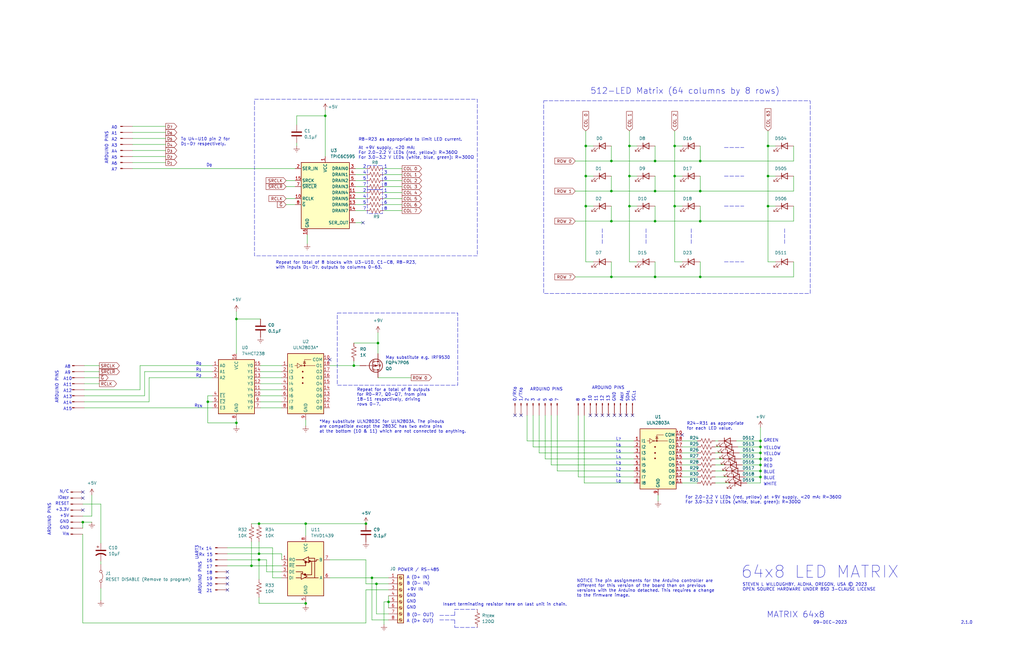
<source format=kicad_sch>
(kicad_sch (version 20230121) (generator eeschema)
  (paper "USLedger")
  (junction (at 247.015 86.995))
  (junction (at 109.22 233.68))
  (junction (at 137.16 48.895))
  (junction (at 257.81 80.645))
  (junction (at 154.305 220.98))
  (junction (at 276.225 93.345))
  (junction (at 99.695 178.435))
  (junction (at 284.48 61.595))
  (junction (at 163.83 254))
  (junction (at 247.015 61.595))
  (junction (at 320.675 188.595))
  (junction (at 149.225 154.305))
  (junction (at 276.225 67.945))
  (junction (at 87.63 169.545))
  (junction (at 295.275 93.345))
  (junction (at 34.925 220.345))
  (junction (at 284.48 86.995))
  (junction (at 257.81 93.345))
  (junction (at 323.85 86.995))
  (junction (at 99.695 134.62))
  (junction (at 323.85 74.295))
  (junction (at 265.43 86.995))
  (junction (at 156.845 243.84))
  (junction (at 265.43 61.595))
  (junction (at 128.905 254.635))
  (junction (at 257.81 116.84))
  (junction (at 320.675 201.295))
  (junction (at 295.275 116.84))
  (junction (at 320.675 193.675))
  (junction (at 109.22 236.22))
  (junction (at 128.905 220.98))
  (junction (at 320.675 186.055))
  (junction (at 247.015 74.295))
  (junction (at 276.225 116.84))
  (junction (at 276.225 80.645))
  (junction (at 158.75 246.38))
  (junction (at 106.045 238.76))
  (junction (at 159.385 144.78))
  (junction (at 265.43 74.295))
  (junction (at 257.81 67.945))
  (junction (at 295.275 80.645))
  (junction (at 284.48 74.295))
  (junction (at 109.22 220.98))
  (junction (at 320.675 191.135))
  (junction (at 320.675 196.215))
  (junction (at 323.85 61.595))
  (junction (at 295.275 67.945))
  (junction (at 320.675 198.755))
  (no_connect (at 264.16 175.26))
  (no_connect (at 266.7 175.26))
  (no_connect (at 248.92 175.26))
  (no_connect (at 34.925 210.185))
  (no_connect (at 259.08 175.26))
  (no_connect (at 261.62 175.26))
  (no_connect (at 139.065 151.765))
  (no_connect (at 34.925 215.265))
  (no_connect (at 254 175.26))
  (no_connect (at 153.035 93.98))
  (no_connect (at 95.885 246.38))
  (no_connect (at 287.655 183.515))
  (no_connect (at 256.54 175.26))
  (no_connect (at 217.17 175.26))
  (no_connect (at 95.885 241.3))
  (no_connect (at 219.71 175.26))
  (no_connect (at 34.925 207.645))
  (no_connect (at 95.885 243.84))
  (no_connect (at 95.885 248.92))
  (no_connect (at 251.46 175.26))
  (wire (pts (xy 276.225 74.295) (xy 276.225 80.645)))
  (wire (pts (xy 109.855 154.305) (xy 118.745 154.305)))
  (wire (pts (xy 112.395 241.3) (xy 118.745 241.3)))
  (wire (pts (xy 149.225 144.78) (xy 159.385 144.78)))
  (wire (pts (xy 55.88 66.04) (xy 69.85 66.04)))
  (wire (pts (xy 109.22 220.98) (xy 128.905 220.98)))
  (wire (pts (xy 276.225 110.49) (xy 276.225 116.84)))
  (wire (pts (xy 118.745 233.68) (xy 118.745 236.22)))
  (wire (pts (xy 158.75 246.38) (xy 154.305 246.38)))
  (wire (pts (xy 229.87 175.26) (xy 229.87 193.675)))
  (polyline (pts (xy 305.435 86.995) (xy 313.69 86.995)) (stroke (width 0) (type dash)))
  (wire (pts (xy 161.925 73.66) (xy 169.545 73.66)))
  (wire (pts (xy 161.925 81.28) (xy 169.545 81.28)))
  (wire (pts (xy 301.625 201.295) (xy 306.705 201.295)))
  (polyline (pts (xy 191.77 259.715) (xy 191.77 257.175)) (stroke (width 0) (type dash)))
  (wire (pts (xy 128.905 177.165) (xy 128.905 179.705)))
  (wire (pts (xy 227.33 191.135) (xy 267.335 191.135)))
  (wire (pts (xy 257.81 93.345) (xy 276.225 93.345)))
  (wire (pts (xy 242.57 80.645) (xy 257.81 80.645)))
  (wire (pts (xy 35.56 172.085) (xy 89.535 172.085)))
  (polyline (pts (xy 272.415 96.52) (xy 272.415 102.87)) (stroke (width 0) (type dash)))
  (wire (pts (xy 287.655 188.595) (xy 294.005 188.595)))
  (wire (pts (xy 120.65 86.36) (xy 124.46 86.36)))
  (wire (pts (xy 109.855 167.005) (xy 118.745 167.005)))
  (wire (pts (xy 327.025 61.595) (xy 323.85 61.595)))
  (wire (pts (xy 222.25 186.055) (xy 267.335 186.055)))
  (wire (pts (xy 323.85 55.245) (xy 323.85 61.595)))
  (wire (pts (xy 276.225 67.945) (xy 295.275 67.945)))
  (wire (pts (xy 99.695 178.435) (xy 99.695 179.705)))
  (wire (pts (xy 276.225 93.345) (xy 295.275 93.345)))
  (wire (pts (xy 55.88 60.96) (xy 69.85 60.96)))
  (wire (pts (xy 156.845 243.84) (xy 163.83 243.84)))
  (wire (pts (xy 60.96 167.005) (xy 60.96 156.845)))
  (wire (pts (xy 242.57 67.945) (xy 257.81 67.945)))
  (wire (pts (xy 161.925 254) (xy 163.83 254)))
  (wire (pts (xy 139.065 154.305) (xy 149.225 154.305)))
  (wire (pts (xy 247.015 55.245) (xy 247.015 61.595)))
  (wire (pts (xy 301.625 188.595) (xy 303.53 188.595)))
  (wire (pts (xy 120.65 83.82) (xy 124.46 83.82)))
  (wire (pts (xy 265.43 86.995) (xy 265.43 110.49)))
  (wire (pts (xy 311.15 188.595) (xy 320.675 188.595)))
  (wire (pts (xy 35.56 161.925) (xy 41.91 161.925)))
  (wire (pts (xy 265.43 74.295) (xy 268.605 74.295)))
  (polyline (pts (xy 291.465 96.52) (xy 291.465 102.87)) (stroke (width 0) (type dash)))
  (wire (pts (xy 55.88 53.34) (xy 69.85 53.34)))
  (wire (pts (xy 158.75 259.08) (xy 158.75 246.38)))
  (wire (pts (xy 243.84 175.26) (xy 243.84 201.295)))
  (wire (pts (xy 149.86 93.98) (xy 153.035 93.98)))
  (wire (pts (xy 295.275 74.295) (xy 295.275 80.645)))
  (polyline (pts (xy 305.435 62.23) (xy 313.69 62.23)) (stroke (width 0) (type dash)))
  (wire (pts (xy 234.95 198.755) (xy 267.335 198.755)))
  (wire (pts (xy 149.86 73.66) (xy 154.305 73.66)))
  (wire (pts (xy 323.85 86.995) (xy 323.85 110.49)))
  (wire (pts (xy 320.675 196.215) (xy 320.675 193.675)))
  (wire (pts (xy 301.625 186.055) (xy 302.895 186.055)))
  (wire (pts (xy 287.655 186.055) (xy 294.005 186.055)))
  (wire (pts (xy 334.645 93.345) (xy 334.645 86.995)))
  (wire (pts (xy 149.225 152.4) (xy 149.225 154.305)))
  (wire (pts (xy 59.055 164.465) (xy 59.055 154.305)))
  (wire (pts (xy 276.225 116.84) (xy 295.275 116.84)))
  (wire (pts (xy 109.22 252.095) (xy 109.22 254.635)))
  (wire (pts (xy 257.81 110.49) (xy 257.81 116.84)))
  (wire (pts (xy 95.885 231.14) (xy 114.935 231.14)))
  (polyline (pts (xy 254 96.52) (xy 254 102.87)) (stroke (width 0) (type dash)))
  (wire (pts (xy 99.695 134.62) (xy 109.855 134.62)))
  (wire (pts (xy 246.38 203.835) (xy 267.335 203.835)))
  (wire (pts (xy 314.325 201.295) (xy 320.675 201.295)))
  (wire (pts (xy 287.655 196.215) (xy 294.005 196.215)))
  (wire (pts (xy 257.81 86.995) (xy 257.81 93.345)))
  (wire (pts (xy 125.095 60.325) (xy 125.095 61.595)))
  (wire (pts (xy 247.015 74.295) (xy 250.19 74.295)))
  (wire (pts (xy 35.56 167.005) (xy 60.96 167.005)))
  (wire (pts (xy 34.925 220.345) (xy 34.925 222.885)))
  (wire (pts (xy 163.83 254) (xy 163.83 256.54)))
  (wire (pts (xy 301.625 198.755) (xy 306.07 198.755)))
  (wire (pts (xy 320.675 193.675) (xy 320.675 191.135)))
  (wire (pts (xy 247.015 74.295) (xy 247.015 86.995)))
  (wire (pts (xy 149.86 71.12) (xy 154.305 71.12)))
  (wire (pts (xy 232.41 196.215) (xy 267.335 196.215)))
  (polyline (pts (xy 191.77 264.795) (xy 201.295 264.795)) (stroke (width 0) (type dash)))
  (wire (pts (xy 284.48 86.995) (xy 284.48 110.49)))
  (wire (pts (xy 323.85 61.595) (xy 323.85 74.295)))
  (wire (pts (xy 284.48 86.995) (xy 287.655 86.995)))
  (polyline (pts (xy 191.77 261.62) (xy 191.77 264.795)) (stroke (width 0) (type dash)))
  (wire (pts (xy 60.96 156.845) (xy 89.535 156.845)))
  (wire (pts (xy 35.56 169.545) (xy 62.865 169.545)))
  (wire (pts (xy 149.86 86.36) (xy 154.305 86.36)))
  (wire (pts (xy 295.275 86.995) (xy 295.275 93.345)))
  (wire (pts (xy 154.305 246.38) (xy 154.305 236.22)))
  (wire (pts (xy 106.045 228.6) (xy 106.045 238.76)))
  (wire (pts (xy 295.275 116.84) (xy 334.645 116.84)))
  (wire (pts (xy 276.225 86.995) (xy 276.225 93.345)))
  (wire (pts (xy 125.095 52.705) (xy 125.095 48.895)))
  (wire (pts (xy 246.38 175.26) (xy 246.38 203.835)))
  (wire (pts (xy 257.81 67.945) (xy 276.225 67.945)))
  (wire (pts (xy 55.88 68.58) (xy 69.85 68.58)))
  (wire (pts (xy 265.43 61.595) (xy 265.43 74.295)))
  (wire (pts (xy 109.855 161.925) (xy 118.745 161.925)))
  (wire (pts (xy 268.605 61.595) (xy 265.43 61.595)))
  (wire (pts (xy 109.855 159.385) (xy 118.745 159.385)))
  (wire (pts (xy 114.935 231.14) (xy 114.935 243.84)))
  (wire (pts (xy 149.86 78.74) (xy 154.305 78.74)))
  (wire (pts (xy 129.54 99.06) (xy 129.54 102.87)))
  (wire (pts (xy 95.885 238.76) (xy 106.045 238.76)))
  (wire (pts (xy 55.88 58.42) (xy 69.85 58.42)))
  (wire (pts (xy 276.225 61.595) (xy 276.225 67.945)))
  (wire (pts (xy 128.905 220.98) (xy 154.305 220.98)))
  (wire (pts (xy 301.625 203.835) (xy 307.34 203.835)))
  (wire (pts (xy 161.925 86.36) (xy 169.545 86.36)))
  (wire (pts (xy 257.81 74.295) (xy 257.81 80.645)))
  (wire (pts (xy 42.545 236.855) (xy 42.545 238.125)))
  (wire (pts (xy 139.065 236.22) (xy 154.305 236.22)))
  (wire (pts (xy 314.96 203.835) (xy 320.675 203.835)))
  (wire (pts (xy 229.87 193.675) (xy 267.335 193.675)))
  (wire (pts (xy 265.43 55.245) (xy 265.43 61.595)))
  (wire (pts (xy 109.22 233.68) (xy 118.745 233.68)))
  (wire (pts (xy 301.625 196.215) (xy 305.435 196.215)))
  (wire (pts (xy 334.645 67.945) (xy 334.645 61.595)))
  (wire (pts (xy 35.56 164.465) (xy 59.055 164.465)))
  (wire (pts (xy 284.48 74.295) (xy 287.655 74.295)))
  (wire (pts (xy 247.015 86.995) (xy 250.19 86.995)))
  (wire (pts (xy 287.655 110.49) (xy 284.48 110.49)))
  (wire (pts (xy 159.385 144.78) (xy 159.385 149.225)))
  (wire (pts (xy 128.905 254.635) (xy 128.905 255.27)))
  (wire (pts (xy 295.275 93.345) (xy 334.645 93.345)))
  (wire (pts (xy 224.79 188.595) (xy 267.335 188.595)))
  (wire (pts (xy 89.535 167.005) (xy 87.63 167.005)))
  (wire (pts (xy 295.275 67.945) (xy 334.645 67.945)))
  (wire (pts (xy 268.605 110.49) (xy 265.43 110.49)))
  (wire (pts (xy 295.275 61.595) (xy 295.275 67.945)))
  (wire (pts (xy 320.675 191.135) (xy 320.675 188.595)))
  (wire (pts (xy 109.22 228.6) (xy 109.22 233.68)))
  (wire (pts (xy 87.63 169.545) (xy 87.63 178.435)))
  (wire (pts (xy 277.495 208.915) (xy 277.495 211.455)))
  (wire (pts (xy 287.655 198.755) (xy 294.005 198.755)))
  (wire (pts (xy 128.905 254) (xy 128.905 254.635)))
  (wire (pts (xy 87.63 167.005) (xy 87.63 169.545)))
  (wire (pts (xy 149.86 83.82) (xy 154.305 83.82)))
  (wire (pts (xy 257.81 80.645) (xy 276.225 80.645)))
  (wire (pts (xy 161.925 263.525) (xy 161.925 254)))
  (wire (pts (xy 109.855 156.845) (xy 118.745 156.845)))
  (wire (pts (xy 287.655 191.135) (xy 294.005 191.135)))
  (wire (pts (xy 35.56 156.845) (xy 41.91 156.845)))
  (wire (pts (xy 323.85 74.295) (xy 327.025 74.295)))
  (wire (pts (xy 109.855 164.465) (xy 118.745 164.465)))
  (wire (pts (xy 310.515 186.055) (xy 320.675 186.055)))
  (wire (pts (xy 312.42 193.675) (xy 320.675 193.675)))
  (wire (pts (xy 313.055 196.215) (xy 320.675 196.215)))
  (wire (pts (xy 161.925 88.9) (xy 169.545 88.9)))
  (wire (pts (xy 128.905 220.98) (xy 128.905 226.06)))
  (wire (pts (xy 295.275 80.645) (xy 334.645 80.645)))
  (wire (pts (xy 320.675 203.835) (xy 320.675 201.295)))
  (wire (pts (xy 34.925 225.425) (xy 34.925 262.89)))
  (wire (pts (xy 154.305 248.92) (xy 163.83 248.92)))
  (polyline (pts (xy 185.42 261.62) (xy 191.77 261.62)) (stroke (width 0) (type dash)))
  (wire (pts (xy 243.84 201.295) (xy 267.335 201.295)))
  (wire (pts (xy 55.88 71.12) (xy 124.46 71.12)))
  (wire (pts (xy 250.19 61.595) (xy 247.015 61.595)))
  (wire (pts (xy 287.655 61.595) (xy 284.48 61.595)))
  (wire (pts (xy 163.83 261.62) (xy 156.845 261.62)))
  (polyline (pts (xy 305.435 110.49) (xy 313.69 110.49)) (stroke (width 0) (type dash)))
  (wire (pts (xy 287.655 201.295) (xy 294.005 201.295)))
  (wire (pts (xy 284.48 55.245) (xy 284.48 61.595)))
  (wire (pts (xy 301.625 193.675) (xy 304.8 193.675)))
  (wire (pts (xy 163.83 259.08) (xy 158.75 259.08)))
  (wire (pts (xy 34.925 212.725) (xy 42.545 212.725)))
  (wire (pts (xy 149.86 88.9) (xy 154.305 88.9)))
  (wire (pts (xy 224.79 175.26) (xy 224.79 188.595)))
  (wire (pts (xy 99.695 177.165) (xy 99.695 178.435)))
  (wire (pts (xy 313.69 198.755) (xy 320.675 198.755)))
  (wire (pts (xy 149.86 76.2) (xy 154.305 76.2)))
  (polyline (pts (xy 330.835 96.52) (xy 330.835 102.87)) (stroke (width 0) (type dash)))
  (wire (pts (xy 161.925 76.2) (xy 169.545 76.2)))
  (wire (pts (xy 327.025 110.49) (xy 323.85 110.49)))
  (wire (pts (xy 137.16 48.895) (xy 137.16 66.04)))
  (polyline (pts (xy 185.42 259.715) (xy 191.77 259.715)) (stroke (width 0) (type dash)))
  (wire (pts (xy 284.48 74.295) (xy 284.48 86.995)))
  (wire (pts (xy 311.785 191.135) (xy 320.675 191.135)))
  (wire (pts (xy 62.865 169.545) (xy 62.865 159.385)))
  (wire (pts (xy 62.865 159.385) (xy 89.535 159.385)))
  (wire (pts (xy 109.22 254.635) (xy 128.905 254.635)))
  (wire (pts (xy 320.675 188.595) (xy 320.675 186.055)))
  (wire (pts (xy 323.85 86.995) (xy 327.025 86.995)))
  (wire (pts (xy 159.385 140.335) (xy 159.385 144.78)))
  (wire (pts (xy 59.055 154.305) (xy 89.535 154.305)))
  (wire (pts (xy 149.225 154.305) (xy 151.765 154.305)))
  (wire (pts (xy 276.225 80.645) (xy 295.275 80.645)))
  (wire (pts (xy 222.25 175.26) (xy 222.25 186.055)))
  (wire (pts (xy 301.625 191.135) (xy 304.165 191.135)))
  (wire (pts (xy 109.855 169.545) (xy 118.745 169.545)))
  (wire (pts (xy 320.675 201.295) (xy 320.675 198.755)))
  (wire (pts (xy 159.385 159.385) (xy 173.355 159.385)))
  (wire (pts (xy 106.045 238.76) (xy 118.745 238.76)))
  (wire (pts (xy 265.43 86.995) (xy 268.605 86.995)))
  (wire (pts (xy 242.57 116.84) (xy 257.81 116.84)))
  (wire (pts (xy 95.885 233.68) (xy 109.22 233.68)))
  (wire (pts (xy 320.675 198.755) (xy 320.675 196.215)))
  (wire (pts (xy 125.095 48.895) (xy 137.16 48.895)))
  (wire (pts (xy 232.41 175.26) (xy 232.41 196.215)))
  (wire (pts (xy 42.545 248.285) (xy 42.545 253.365)))
  (wire (pts (xy 99.695 134.62) (xy 99.695 149.225)))
  (wire (pts (xy 55.88 63.5) (xy 69.85 63.5)))
  (wire (pts (xy 265.43 74.295) (xy 265.43 86.995)))
  (polyline (pts (xy 191.77 257.175) (xy 201.295 257.175)) (stroke (width 0) (type dash)))
  (wire (pts (xy 55.88 55.88) (xy 69.85 55.88)))
  (wire (pts (xy 154.305 262.89) (xy 154.305 248.92)))
  (wire (pts (xy 161.925 71.12) (xy 169.545 71.12)))
  (wire (pts (xy 287.655 193.675) (xy 294.005 193.675)))
  (wire (pts (xy 334.645 116.84) (xy 334.645 110.49)))
  (wire (pts (xy 257.81 61.595) (xy 257.81 67.945)))
  (wire (pts (xy 109.855 172.085) (xy 118.745 172.085)))
  (wire (pts (xy 334.645 80.645) (xy 334.645 74.295)))
  (wire (pts (xy 87.63 169.545) (xy 89.535 169.545)))
  (wire (pts (xy 158.75 246.38) (xy 163.83 246.38)))
  (wire (pts (xy 156.845 261.62) (xy 156.845 243.84)))
  (wire (pts (xy 35.56 159.385) (xy 41.91 159.385)))
  (wire (pts (xy 109.22 236.22) (xy 109.22 244.475)))
  (wire (pts (xy 34.925 217.805) (xy 38.735 217.805)))
  (wire (pts (xy 87.63 178.435) (xy 99.695 178.435)))
  (wire (pts (xy 323.85 74.295) (xy 323.85 86.995)))
  (wire (pts (xy 287.655 203.835) (xy 294.005 203.835)))
  (wire (pts (xy 161.925 83.82) (xy 169.545 83.82)))
  (wire (pts (xy 106.045 220.98) (xy 109.22 220.98)))
  (wire (pts (xy 234.95 175.26) (xy 234.95 198.755)))
  (wire (pts (xy 295.275 110.49) (xy 295.275 116.84)))
  (wire (pts (xy 114.935 243.84) (xy 118.745 243.84)))
  (wire (pts (xy 149.86 81.28) (xy 154.305 81.28)))
  (wire (pts (xy 250.19 110.49) (xy 247.015 110.49)))
  (wire (pts (xy 139.065 243.84) (xy 156.845 243.84)))
  (wire (pts (xy 320.675 186.055) (xy 320.675 180.34)))
  (wire (pts (xy 284.48 61.595) (xy 284.48 74.295)))
  (wire (pts (xy 109.22 236.22) (xy 112.395 236.22)))
  (wire (pts (xy 34.925 220.345) (xy 38.735 220.345)))
  (wire (pts (xy 161.925 78.74) (xy 169.545 78.74)))
  (wire (pts (xy 247.015 86.995) (xy 247.015 110.49)))
  (wire (pts (xy 42.545 212.725) (xy 42.545 229.235)))
  (wire (pts (xy 247.015 61.595) (xy 247.015 74.295)))
  (wire (pts (xy 137.16 46.355) (xy 137.16 48.895)))
  (wire (pts (xy 34.925 262.89) (xy 154.305 262.89)))
  (wire (pts (xy 257.81 116.84) (xy 276.225 116.84)))
  (wire (pts (xy 242.57 93.345) (xy 257.81 93.345)))
  (wire (pts (xy 35.56 154.305) (xy 41.91 154.305)))
  (wire (pts (xy 99.695 131.445) (xy 99.695 134.62)))
  (wire (pts (xy 120.65 76.2) (xy 124.46 76.2)))
  (wire (pts (xy 120.65 78.74) (xy 124.46 78.74)))
  (wire (pts (xy 38.735 217.805) (xy 38.735 208.915)))
  (wire (pts (xy 163.83 251.46) (xy 163.83 254)))
  (wire (pts (xy 112.395 236.22) (xy 112.395 241.3)))
  (polyline (pts (xy 305.435 74.295) (xy 313.69 74.295)) (stroke (width 0) (type dash)))
  (wire (pts (xy 95.885 236.22) (xy 109.22 236.22)))
  (wire (pts (xy 227.33 175.26) (xy 227.33 191.135)))
  (rectangle (start 229.235 42.545) (end 341.63 123.825) (stroke (width 0) (type dash)))
  (rectangle (start 107.315 41.91) (end 201.295 107.95) (stroke (width 0) (type dash)))
  (rectangle (start 154.94 69.85) (end 161.29 80.01) (stroke (width 0) (type dash)))
  (rectangle (start 154.94 80.01) (end 161.29 90.17) (stroke (width 0) (type dash)))
  (rectangle (start 142.24 132.08) (end 193.04 162.56) (stroke (width 0) (type dash)))
  (text "B (D- OUT)" (at 171.45 260.35 0) (effects (font (size 1.27 1.27)) (justify left bottom)))
  (text "A0" (at 46.99 54.61 0) (effects (font (size 1.27 1.27)) (justify left bottom)))
  (text "4" (at 153.035 83.82 0) (effects (font (size 1.27 1.27)) (justify left bottom)))
  (text "GREEN" (at 321.945 186.69 0) (effects (font (size 1.27 1.27)) (justify left bottom)))
  (text "For 2.0-2.2 V LEDs (red, yellow) at +9V supply, <20 mA: R=360Ω\nFor 3.0-3.2 V LEDs (white, blue, green): R=300Ω" (at 288.925 212.725 0) (effects (font (size 1.27 1.27)) (justify left bottom)))
  (text "R_{2}" (at 82.55 159.385 0) (effects (font (size 1.27 1.27)) (justify left bottom)))
  (text "BLUE" (at 321.945 200.025 0) (effects (font (size 1.27 1.27)) (justify left bottom)))
  (text "NOTICE The pin assignments for the Arduino controller are\ndifferent for this version of the board than on previous\nversions with the Arduino detached. This requires a change\nto the firmware image." (at 243.205 252.095 0) (effects (font (size 1.27 1.27)) (justify left bottom)))
  (text "09-DEC-2023" (at 342.9 263.525 0) (effects (font (size 1.27 1.27)) (justify left bottom)))
  (text "4" (at 153.035 73.66 0) (effects (font (size 1.27 1.27)) (justify left bottom)))
  (text "+5V" (at 29.21 218.44 0) (effects (font (size 1.27 1.27)) (justify right bottom)))
  (text "ARDUINO PINS" (at 85.09 250.825 90) (effects (font (size 1.27 1.27)) (justify left bottom)))
  (text "A10" (at 26.67 160.655 0) (effects (font (size 1.27 1.27)) (justify left bottom)))
  (text "RED" (at 321.945 197.485 0) (effects (font (size 1.27 1.27)) (justify left bottom)))
  (text "A13" (at 26.67 168.275 0) (effects (font (size 1.27 1.27)) (justify left bottom)))
  (text "To U4-U10 pin 2 for\nD_{1}-D_{7} respectively." (at 76.2 61.595 0) (effects (font (size 1.27 1.27)) (justify left bottom)))
  (text "GND" (at 29.21 223.52 0) (effects (font (size 1.27 1.27)) (justify right bottom)))
  (text "RED" (at 321.945 194.945 0) (effects (font (size 1.27 1.27)) (justify left bottom)))
  (text "5" (at 153.035 76.2 0) (effects (font (size 1.27 1.27)) (justify left bottom)))
  (text "POWER / RS-485" (at 167.64 241.3 0) (effects (font (size 1.27 1.27)) (justify left bottom)))
  (text "ARDUINO PINS" (at 24.765 170.18 90) (effects (font (size 1.27 1.27)) (justify left bottom)))
  (text "20" (at 86.995 247.65 0) (effects (font (size 1.27 1.27)) (justify left bottom)))
  (text "13" (at 257.175 169.545 90) (effects (font (size 1.27 1.27)) (justify left bottom)))
  (text "6" (at 161.925 76.2 0) (effects (font (size 1.27 1.27)) (justify left bottom)))
  (text "Repeat for total of 8 blocks with U3-U10, C1-C8, R8-R23, \nwith inputs D_{1}-D_{7}, outputs to columns 0-63." (at 116.205 113.665 0) (effects (font (size 1.27 1.27)) (justify left bottom)))
  (text "A3" (at 46.99 62.23 0) (effects (font (size 1.27 1.27)) (justify left bottom)))
  (text "YELLOW" (at 321.945 189.865 0) (effects (font (size 1.27 1.27)) (justify left bottom)))
  (text "GND" (at 259.715 169.545 90) (effects (font (size 1.27 1.27)) (justify left bottom)))
  (text "R_{EN}" (at 81.915 172.085 0) (effects (font (size 1.27 1.27)) (justify left bottom)))
  (text "MATRIX 64x8" (at 323.215 260.985 0) (effects (font (size 2.54 2.54)) (justify left bottom)))
  (text "*May substitute ULN2803C for ULN2803A. The pinouts\nare compatible except the 2803C has two extra pins\nat the bottom (10 & 11) which are not connected to anything." (at 134.62 182.88 0) (effects (font (size 1.27 1.27)) (justify left bottom)))
  (text "A9" (at 27.305 158.115 0) (effects (font (size 1.27 1.27)) (justify left bottom)))
  (text "ARDUINO PINS" (at 45.72 69.215 90) (effects (font (size 1.27 1.27)) (justify left bottom)))
  (text "7" (at 235.585 169.545 90) (effects (font (size 1.27 1.27)) (justify left bottom)))
  (text "A14" (at 26.67 170.815 0) (effects (font (size 1.27 1.27)) (justify left bottom)))
  (text "21" (at 86.995 250.19 0) (effects (font (size 1.27 1.27)) (justify left bottom)))
  (text "7" (at 153.035 88.9 0) (effects (font (size 1.27 1.27)) (justify left bottom)))
  (text "2.1.0" (at 405.13 263.525 0) (effects (font (size 1.27 1.27)) (justify left bottom)))
  (text "512-LED Matrix (64 columns by 8 rows)" (at 248.92 40.005 0) (effects (font (size 2.54 2.54)) (justify left bottom)))
  (text "8" (at 244.475 169.545 90) (effects (font (size 1.27 1.27)) (justify left bottom)))
  (text "BLUE" (at 321.945 202.565 0) (effects (font (size 1.27 1.27)) (justify left bottom)))
  (text "A7" (at 46.99 72.39 0) (effects (font (size 1.27 1.27)) (justify left bottom)))
  (text "L_{2}" (at 259.715 198.755 0) (effects (font (size 1.27 1.27)) (justify left bottom)))
  (text "12" (at 254.635 169.545 90) (effects (font (size 1.27 1.27)) (justify left bottom)))
  (text "6" (at 161.925 86.36 0) (effects (font (size 1.27 1.27)) (justify left bottom)))
  (text "5" (at 153.035 86.36 0) (effects (font (size 1.27 1.27)) (justify left bottom)))
  (text "GND" (at 171.45 257.175 0) (effects (font (size 1.27 1.27)) (justify left bottom)))
  (text "18" (at 86.995 242.57 0) (effects (font (size 1.27 1.27)) (justify left bottom)))
  (text "A8" (at 27.305 155.575 0) (effects (font (size 1.27 1.27)) (justify left bottom)))
  (text "9" (at 247.015 169.545 90) (effects (font (size 1.27 1.27)) (justify left bottom)))
  (text "A_{REF}" (at 262.89 169.545 90) (effects (font (size 1.27 1.27)) (justify left bottom)))
  (text "L_{5}" (at 259.715 191.135 0) (effects (font (size 1.27 1.27)) (justify left bottom)))
  (text "GND" (at 171.45 254.635 0) (effects (font (size 1.27 1.27)) (justify left bottom)))
  (text "Repeat for a total of 8 outputs\nfor R0-R7, Q0-Q7, from pins\n18-11 respectively, driving\nrows 0-7." (at 150.495 171.45 0) (effects (font (size 1.27 1.27)) (justify left bottom)))
  (text "STEVEN L WILLOUGHBY, ALOHA, OREGON, USA © 2023\nOPEN SOURCE HARDWARE UNDER BSD 3-CLAUSE LICENSE" (at 313.055 249.555 0) (effects (font (size 1.27 1.27)) (justify left bottom)))
  (text "A11" (at 26.67 163.195 0) (effects (font (size 1.27 1.27)) (justify left bottom)))
  (text "1/TX_{0}" (at 220.345 169.545 90) (effects (font (size 1.27 1.27)) (justify left bottom)))
  (text "WHITE" (at 321.945 205.105 0) (effects (font (size 1.27 1.27)) (justify left bottom)))
  (text "A (D+ OUT)" (at 171.45 262.89 0) (effects (font (size 1.27 1.27)) (justify left bottom)))
  (text "8" (at 161.925 78.74 0) (effects (font (size 1.27 1.27)) (justify left bottom)))
  (text "R_{0}" (at 82.55 154.305 0) (effects (font (size 1.27 1.27)) (justify left bottom)))
  (text "3" (at 161.925 83.82 0) (effects (font (size 1.27 1.27)) (justify left bottom)))
  (text "Tx 14" (at 83.82 232.41 0) (effects (font (size 1.27 1.27)) (justify left bottom)))
  (text "0/RX_{0}" (at 217.805 169.545 90) (effects (font (size 1.27 1.27)) (justify left bottom)))
  (text "R24-R31 as appropriate\nfor each LED value." (at 289.56 181.61 0) (effects (font (size 1.27 1.27)) (justify left bottom)))
  (text "B (D- IN)" (at 171.45 247.015 0) (effects (font (size 1.27 1.27)) (justify left bottom)))
  (text "2" (at 153.035 81.28 0) (effects (font (size 1.27 1.27)) (justify left bottom)))
  (text "L_{6}" (at 259.715 188.595 0) (effects (font (size 1.27 1.27)) (justify left bottom)))
  (text "L_{3}" (at 259.715 196.215 0) (effects (font (size 1.27 1.27)) (justify left bottom)))
  (text "May substitute e.g. IRF9530" (at 162.56 151.765 0) (effects (font (size 1.27 1.27)) (justify left bottom)))
  (text "L_{4}" (at 259.715 193.675 0) (effects (font (size 1.27 1.27)) (justify left bottom)))
  (text "SCL_{1}" (at 267.97 169.545 90) (effects (font (size 1.27 1.27)) (justify left bottom)))
  (text "GND" (at 171.45 252.095 0) (effects (font (size 1.27 1.27)) (justify left bottom)))
  (text "1" (at 161.925 71.12 0) (effects (font (size 1.27 1.27)) (justify left bottom)))
  (text "RESET" (at 29.21 213.36 0) (effects (font (size 1.27 1.27)) (justify right bottom)))
  (text "R8-R23 as appropriate to limit LED current." (at 194.945 59.69 0) (effects (font (size 1.27 1.27)) (justify right bottom)))
  (text "3" (at 161.925 73.66 0) (effects (font (size 1.27 1.27)) (justify left bottom)))
  (text "N/C" (at 29.21 208.28 0) (effects (font (size 1.27 1.27)) (justify right bottom)))
  (text "D_{0}" (at 86.995 70.485 0) (effects (font (size 1.27 1.27)) (justify left bottom)))
  (text "16" (at 86.995 237.49 0) (effects (font (size 1.27 1.27)) (justify left bottom)))
  (text "10" (at 249.555 169.545 90) (effects (font (size 1.27 1.27)) (justify left bottom)))
  (text "A (D+ IN)" (at 171.45 244.475 0) (effects (font (size 1.27 1.27)) (justify left bottom)))
  (text "ARDUINO PINS" (at 249.555 164.465 0) (effects (font (size 1.27 1.27)) (justify left bottom)))
  (text "Rx 15" (at 83.82 234.95 0) (effects (font (size 1.27 1.27)) (justify left bottom)))
  (text "1" (at 161.925 81.28 0) (effects (font (size 1.27 1.27)) (justify left bottom)))
  (text "19" (at 86.995 245.11 0) (effects (font (size 1.27 1.27)) (justify left bottom)))
  (text "+9V IN" (at 171.45 249.555 0) (effects (font (size 1.27 1.27)) (justify left bottom)))
  (text "L_{0}" (at 259.715 203.835 0) (effects (font (size 1.27 1.27)) (justify left bottom)))
  (text "5" (at 230.505 169.545 90) (effects (font (size 1.27 1.27)) (justify left bottom)))
  (text "R_{1}" (at 82.55 156.845 0) (effects (font (size 1.27 1.27)) (justify left bottom)))
  (text "YELLOW" (at 321.945 192.405 0) (effects (font (size 1.27 1.27)) (justify left bottom)))
  (text "A5" (at 46.99 67.31 0) (effects (font (size 1.27 1.27)) (justify left bottom)))
  (text "+3.3V" (at 29.21 215.9 0) (effects (font (size 1.27 1.27)) (justify right bottom)))
  (text "A12" (at 26.67 165.735 0) (effects (font (size 1.27 1.27)) (justify left bottom)))
  (text "2" (at 153.035 71.12 0) (effects (font (size 1.27 1.27)) (justify left bottom)))
  (text "At +9V supply, <20 mA: \nFor 2.0-2.2 V LEDs (red, yellow): R=360Ω\nFor 3.0-3.2 V LEDs (white, blue, green): R=300Ω" (at 151.13 67.31 0) (effects (font (size 1.27 1.27)) (justify left bottom)))
  (text "IO_{REF}" (at 29.21 210.82 0) (effects (font (size 1.27 1.27)) (justify right bottom)))
  (text "L_{7}" (at 259.715 186.055 0) (effects (font (size 1.27 1.27)) (justify left bottom)))
  (text "3" (at 225.425 169.545 90) (effects (font (size 1.27 1.27)) (justify left bottom)))
  (text "6" (at 233.045 169.545 90) (effects (font (size 1.27 1.27)) (justify left bottom)))
  (text "L_{1}" (at 259.715 201.295 0) (effects (font (size 1.27 1.27)) (justify left bottom)))
  (text "GND" (at 29.21 220.98 0) (effects (font (size 1.27 1.27)) (justify right bottom)))
  (text "A1" (at 46.99 57.15 0) (effects (font (size 1.27 1.27)) (justify left bottom)))
  (text "64x8 LED MATRIX" (at 312.42 244.475 0) (effects (font (size 5.08 5.08)) (justify left bottom)))
  (text "2" (at 222.885 169.545 90) (effects (font (size 1.27 1.27)) (justify left bottom)))
  (text "8" (at 161.925 88.9 0) (effects (font (size 1.27 1.27)) (justify left bottom)))
  (text "A4" (at 46.99 64.77 0) (effects (font (size 1.27 1.27)) (justify left bottom)))
  (text "ARDUINO PINS" (at 21.59 226.06 90) (effects (font (size 1.27 1.27)) (justify left bottom)))
  (text "A2" (at 46.99 59.69 0) (effects (font (size 1.27 1.27)) (justify left bottom)))
  (text "17" (at 86.995 240.03 0) (effects (font (size 1.27 1.27)) (justify left bottom)))
  (text "V_{IN}" (at 29.21 226.06 0) (effects (font (size 1.27 1.27)) (justify right bottom)))
  (text "4" (at 227.965 169.545 90) (effects (font (size 1.27 1.27)) (justify left bottom)))
  (text "SDA_{1}" (at 265.43 169.545 90) (effects (font (size 1.27 1.27)) (justify left bottom)))
  (text "UART3" (at 83.82 236.22 90) (effects (font (size 1.27 1.27)) (justify left bottom)))
  (text "7" (at 153.035 78.74 0) (effects (font (size 1.27 1.27)) (justify left bottom)))
  (text "Insert terminating resistor here on last unit in chain." (at 186.69 255.905 0) (effects (font (size 1.27 1.27)) (justify left bottom)))
  (text "11" (at 252.095 169.545 90) (effects (font (size 1.27 1.27)) (justify left bottom)))
  (text "A15" (at 26.67 173.355 0) (effects (font (size 1.27 1.27)) (justify left bottom)))
  (text "ARDUINO PINS" (at 223.52 165.1 0) (effects (font (size 1.27 1.27)) (justify left bottom)))
  (text "A6" (at 46.99 69.85 0) (effects (font (size 1.27 1.27)) (justify left bottom)))
  (global_label "ROW 0" (shape output) (at 173.355 159.385 0) (property "Intersheetrefs" "${INTERSHEET_REFS}" (effects hide)))
  (global_label "COL 0" (shape input) (at 247.015 55.245 90) (property "Intersheetrefs" "${INTERSHEET_REFS}" (effects hide)))
  (global_label "SRCLK" (shape input) (at 120.65 76.2 180) (property "Intersheetrefs" "${INTERSHEET_REFS}" (effects hide)))
  (global_label "RCLK" (shape output) (at 41.91 161.925 0) (property "Intersheetrefs" "${INTERSHEET_REFS}" (effects hide)))
  (global_label "~{SRCLR}" (shape input) (at 120.65 78.74 180) (property "Intersheetrefs" "${INTERSHEET_REFS}" (effects hide)))
  (global_label "COL 7" (shape output) (at 169.545 88.9 0) (property "Intersheetrefs" "${INTERSHEET_REFS}" (effects hide)))
  (global_label "COL 5" (shape output) (at 169.545 83.82 0) (property "Intersheetrefs" "${INTERSHEET_REFS}" (effects hide)))
  (global_label "COL 1" (shape input) (at 265.43 55.245 90) (property "Intersheetrefs" "${INTERSHEET_REFS}" (effects hide)))
  (global_label "ROW 0" (shape input) (at 242.57 67.945 180) (property "Intersheetrefs" "${INTERSHEET_REFS}" (effects hide)))
  (global_label "COL 2" (shape output) (at 169.545 76.2 0) (property "Intersheetrefs" "${INTERSHEET_REFS}" (effects hide)))
  (global_label "COL 3" (shape output) (at 169.545 78.74 0) (property "Intersheetrefs" "${INTERSHEET_REFS}" (effects hide)))
  (global_label "D_{1}" (shape output) (at 69.85 68.58 0) (property "Intersheetrefs" "${INTERSHEET_REFS}" (effects hide)))
  (global_label "~{G}" (shape input) (at 120.65 86.36 180) (property "Intersheetrefs" "${INTERSHEET_REFS}" (effects hide)))
  (global_label "D_{2}" (shape output) (at 69.85 66.04 0) (property "Intersheetrefs" "${INTERSHEET_REFS}" (effects hide)))
  (global_label "ROW 7" (shape input) (at 242.57 116.84 180) (property "Intersheetrefs" "${INTERSHEET_REFS}" (effects hide)))
  (global_label "D_{3}" (shape output) (at 69.85 63.5 0) (property "Intersheetrefs" "${INTERSHEET_REFS}" (effects hide)))
  (global_label "RCLK" (shape input) (at 120.65 83.82 180) (property "Intersheetrefs" "${INTERSHEET_REFS}" (effects hide)))
  (global_label "D_{6}" (shape output) (at 69.85 55.88 0) (property "Intersheetrefs" "${INTERSHEET_REFS}" (effects hide)))
  (global_label "D_{4}" (shape output) (at 69.85 60.96 0) (property "Intersheetrefs" "${INTERSHEET_REFS}" (effects hide)))
  (global_label "COL 4" (shape output) (at 169.545 81.28 0) (property "Intersheetrefs" "${INTERSHEET_REFS}" (effects hide)))
  (global_label "~{SRCLR}" (shape output) (at 41.91 156.845 0) (property "Intersheetrefs" "${INTERSHEET_REFS}" (effects hide)))
  (global_label "COL 63" (shape input) (at 323.85 55.245 90) (property "Intersheetrefs" "${INTERSHEET_REFS}" (effects hide)))
  (global_label "ROW 2" (shape input) (at 242.57 93.345 180) (property "Intersheetrefs" "${INTERSHEET_REFS}" (effects hide)))
  (global_label "COL 2" (shape input) (at 284.48 55.245 90) (property "Intersheetrefs" "${INTERSHEET_REFS}" (effects hide)))
  (global_label "SRCLK" (shape output) (at 41.91 154.305 0) (property "Intersheetrefs" "${INTERSHEET_REFS}" (effects hide)))
  (global_label "COL 6" (shape output) (at 169.545 86.36 0) (property "Intersheetrefs" "${INTERSHEET_REFS}" (effects hide)))
  (global_label "D_{7}" (shape output) (at 69.85 53.34 0) (property "Intersheetrefs" "${INTERSHEET_REFS}" (effects hide)))
  (global_label "~{G}" (shape output) (at 41.91 159.385 0) (property "Intersheetrefs" "${INTERSHEET_REFS}" (effects hide)))
  (global_label "ROW 1" (shape input) (at 242.57 80.645 180) (property "Intersheetrefs" "${INTERSHEET_REFS}" (effects hide)))
  (global_label "COL 0" (shape output) (at 169.545 71.12 0) (property "Intersheetrefs" "${INTERSHEET_REFS}" (effects hide)))
  (global_label "D_{5}" (shape output) (at 69.85 58.42 0) (property "Intersheetrefs" "${INTERSHEET_REFS}" (effects hide)))
  (global_label "COL 1" (shape output) (at 169.545 73.66 0) (property "Intersheetrefs" "${INTERSHEET_REFS}" (effects hide)))
  (symbol (lib_id "power:GNDREF") (at 38.735 220.345 0) (unit 1)
    (property "Reference" "#PWR019" (effects hide))
    (property "Value" "GNDREF" (effects hide))
  )
  (symbol (lib_id "Device:C") (at 109.855 138.43 0) (unit 1)
    (property "Reference" "C0" (at 113.03 137.16 0) (effects (justify left)))
    (property "Value" "0.1µF" (at 113.03 139.7 0) (effects (justify left)))
  )
  (symbol (lib_id "Device:LED") (at 272.415 74.295 0) (unit 1)
    (property "Reference" "D9" (at 270.8275 71.12 0))
    (property "Value" "LED" (effects hide))
  )
  (symbol (lib_id "Device:LED") (at 254 110.49 0) (unit 1)
    (property "Reference" "D7" (at 252.4125 106.68 0))
    (property "Value" "LED" (effects hide))
  )
  (symbol (lib_id "Interface_UART:THVD1420D") (at 128.905 238.76 0) (unit 1)
    (property "Reference" "U11" (at 131.0991 223.52 0) (effects (justify left)))
    (property "Value" "THVD1439" (at 131.0991 226.06 0) (effects (justify left)))
    (property "Footprint" "Package_SO:SOIC-8_3.9x4.9mm_P1.27mm" (effects hide))
    (property "Datasheet" "https://www.ti.com/lit/ds/symlink/thvd1420.pdf" (effects hide))
  )
  (symbol (lib_id "Device:C") (at 154.305 224.79 0) (unit 1)
    (property "Reference" "C9" (at 157.48 223.52 0) (effects (justify left)))
    (property "Value" "0.1µF" (at 157.48 226.06 0) (effects (justify left)))
  )
  (symbol (lib_id "Device:R_US") (at 158.115 71.12 90) (unit 1)
    (property "Reference" "R8" (at 158.115 68.58 90))
    (property "Value" "R_US" (effects hide))
  )
  (symbol (lib_name "Conn_01x08_Pin_1") (lib_id "Connector:Conn_01x08_Pin") (at 29.845 215.265 0) (unit 1)
    (property "Reference" "J3" (effects hide))
    (property "Value" "Conn_01x08_Pin" (effects hide))
  )
  (symbol (lib_id "Device:LED") (at 310.515 201.295 0) (unit 1)
    (property "Reference" "D518" (at 315.595 200.025 0))
    (property "Value" "LED" (effects hide))
  )
  (symbol (lib_id "power:+5V") (at 154.305 220.98 0) (unit 1)
    (property "Reference" "#PWR026" (effects hide))
    (property "Value" "+5V" (at 154.305 216.535 0))
  )
  (symbol (lib_id "power:+9V") (at 320.675 180.34 0) (unit 1)
    (property "Reference" "#PWR018" (effects hide))
    (property "Value" "+9V" (at 320.675 175.895 0))
  )
  (symbol (lib_id "Connector:Conn_01x10_Pin") (at 256.54 170.18 270) (unit 1)
    (property "Reference" "J?" (effects hide))
    (property "Value" "Conn_01x10_Pin" (effects hide))
  )
  (symbol (lib_id "power:+5V") (at 137.16 46.355 0) (unit 1)
    (property "Reference" "#PWR07" (effects hide))
    (property "Value" "+5V" (at 140.335 45.085 0))
  )
  (symbol (lib_id "Device:R_US") (at 158.115 88.9 90) (unit 1)
    (property "Reference" "R9" (at 158.75 91.44 90))
    (property "Value" "R_US" (effects hide))
  )
  (symbol (lib_id "Device:LED") (at 254 61.595 0) (unit 1)
    (property "Reference" "D0" (at 252.73 58.42 0))
    (property "Value" "LED" (effects hide))
  )
  (symbol (lib_id "Device:R_US") (at 297.815 198.755 90) (unit 1)
    (property "Reference" "R29" (at 292.735 197.485 90))
    (property "Value" "R_US" (effects hide))
  )
  (symbol (lib_id "Transistor_Array:ULN2803A") (at 277.495 191.135 0) (unit 1)
    (property "Reference" "U1" (at 277.495 175.895 0))
    (property "Value" "ULN2803A" (at 277.495 178.435 0))
    (property "Datasheet" "http://www.ti.com/lit/ds/symlink/uln2803a.pdf" (effects hide))
  )
  (symbol (lib_id "Device:R_US") (at 297.815 193.675 90) (unit 1)
    (property "Reference" "R27" (at 292.735 192.405 90))
    (property "Value" "R_US" (effects hide))
  )
  (symbol (lib_id "Device:R_US") (at 297.815 196.215 90) (unit 1)
    (property "Reference" "R28" (at 292.735 194.945 90))
    (property "Value" "R_US" (effects hide))
  )
  (symbol (lib_id "Connector:Conn_01x08_Pin") (at 30.48 161.925 0) (unit 1)
    (property "Reference" "J?" (effects hide))
    (property "Value" "Conn_01x08_Pin" (effects hide))
  )
  (symbol (lib_id "Device:LED") (at 308.61 193.675 0) (unit 1)
    (property "Reference" "D515" (at 315.595 192.405 0))
    (property "Value" "LED" (effects hide))
  )
  (symbol (lib_id "Device:LED") (at 291.465 61.595 0) (unit 1)
    (property "Reference" "D16" (at 289.8775 58.42 0))
    (property "Value" "LED" (effects hide))
  )
  (symbol (lib_id "Device:R_US") (at 158.115 78.74 90) (unit 1)
    (property "Reference" "R11" (effects hide))
    (property "Value" "R_US" (effects hide))
  )
  (symbol (lib_id "Device:C") (at 125.095 56.515 0) (unit 1)
    (property "Reference" "C1" (at 128.27 55.245 0) (effects (justify left)))
    (property "Value" "0.1µF" (at 128.27 57.785 0) (effects (justify left)))
  )
  (symbol (lib_id "Device:LED") (at 309.88 198.755 0) (unit 1)
    (property "Reference" "D517" (at 315.595 197.485 0))
    (property "Value" "LED" (effects hide))
  )
  (symbol (lib_id "local:TPIC6595") (at 137.16 81.28 0) (unit 1)
    (property "Reference" "U3" (at 139.3541 63.5 0) (effects (justify left)))
    (property "Value" "TPIC6C595" (at 139.3541 66.04 0) (effects (justify left)))
    (property "Datasheet" "http://www.ti.com/lit/ds/symlink/tpic6595.pdf" (effects hide))
  )
  (symbol (lib_id "Transistor_Array:ULN2803A") (at 128.905 159.385 0) (unit 1)
    (property "Reference" "U2" (at 128.905 144.145 0))
    (property "Value" "ULN2803A*" (at 128.905 146.685 0))
    (property "Datasheet" "http://www.ti.com/lit/ds/symlink/uln2803a.pdf" (effects hide))
  )
  (symbol (lib_id "Transistor_FET:FQP27P06") (at 156.845 154.305 0) (mirror x) (unit 1)
    (property "Reference" "Q0" (at 162.56 155.575 0) (effects (justify left)))
    (property "Value" "FQP47P06" (at 162.56 153.035 0) (effects (justify left)))
    (property "Footprint" "Package_TO_SOT_THT:TO-220-3_Vertical" (effects hide))
    (property "Datasheet" "https://www.onsemi.com/pub/Collateral/FQP27P06-D.PDF" (effects hide))
  )
  (symbol (lib_id "Device:LED") (at 330.835 74.295 0) (unit 1)
    (property "Reference" "D505" (at 329.2475 71.12 0))
    (property "Value" "LED" (effects hide))
  )
  (symbol (lib_id "Connector:Conn_01x08_Pin") (at 90.805 238.76 0) (unit 1)
    (property "Reference" "J4" (effects hide))
    (property "Value" "Conn_01x08_Pin" (effects hide))
  )
  (symbol (lib_id "Connector:Screw_Terminal_01x08") (at 168.91 251.46 0) (unit 1)
    (property "Reference" "J0" (at 164.465 240.03 0) (effects (justify left)))
    (property "Value" "Screw_Terminal_01x08" (effects hide))
  )
  (symbol (lib_id "Device:LED") (at 272.415 110.49 0) (unit 1)
    (property "Reference" "D15" (at 270.8275 106.68 0))
    (property "Value" "LED" (effects hide))
  )
  (symbol (lib_id "Device:R_US") (at 297.815 186.055 90) (unit 1)
    (property "Reference" "R24" (at 292.735 184.785 90))
    (property "Value" "R_US" (effects hide))
  )
  (symbol (lib_id "power:+5V") (at 99.695 131.445 0) (unit 1)
    (property "Reference" "#PWR012" (effects hide))
    (property "Value" "+5V" (at 99.695 126.365 0))
  )
  (symbol (lib_id "Device:LED") (at 291.465 110.49 0) (unit 1)
    (property "Reference" "D23" (at 289.8775 106.68 0))
    (property "Value" "LED" (effects hide))
  )
  (symbol (lib_id "Device:LED") (at 330.835 110.49 0) (unit 1)
    (property "Reference" "D511" (at 329.2475 106.68 0))
    (property "Value" "LED" (effects hide))
  )
  (symbol (lib_id "Device:R_US") (at 158.115 86.36 90) (unit 1)
    (property "Reference" "R14" (effects hide))
    (property "Value" "R_US" (effects hide))
  )
  (symbol (lib_id "power:+9V") (at 159.385 140.335 0) (unit 1)
    (property "Reference" "#PWR015" (effects hide))
    (property "Value" "+9V" (at 159.385 135.255 0))
  )
  (symbol (lib_id "Device:LED") (at 306.705 186.055 0) (unit 1)
    (property "Reference" "D512" (at 315.595 184.785 0))
    (property "Value" "LED" (effects hide))
  )
  (symbol (lib_id "Device:R_US") (at 109.22 224.79 0) (unit 1)
    (property "Reference" "R34" (at 111.76 223.52 0) (effects (justify left)))
    (property "Value" "10K" (at 111.76 226.06 0) (effects (justify left)))
  )
  (symbol (lib_id "Device:R_US") (at 158.115 73.66 90) (unit 1)
    (property "Reference" "R9" (effects hide))
    (property "Value" "R_US" (effects hide))
  )
  (symbol (lib_id "Device:R_US") (at 297.815 188.595 90) (unit 1)
    (property "Reference" "R25" (at 292.735 187.325 90))
    (property "Value" "R_US" (effects hide))
  )
  (symbol (lib_id "Device:R_US") (at 106.045 224.79 0) (unit 1)
    (property "Reference" "R32" (at 100.33 223.52 0) (effects (justify left)))
    (property "Value" "10K" (at 100.33 226.06 0) (effects (justify left)))
  )
  (symbol (lib_id "power:GNDREF") (at 154.305 228.6 0) (unit 1)
    (property "Reference" "#PWR030" (effects hide))
    (property "Value" "GNDREF" (effects hide))
  )
  (symbol (lib_id "power:GNDREF") (at 129.54 102.87 0) (unit 1)
    (property "Reference" "#PWR05" (effects hide))
    (property "Value" "GNDREF" (effects hide))
  )
  (symbol (lib_id "Device:LED") (at 330.835 86.995 0) (unit 1)
    (property "Reference" "D506" (at 329.2475 83.82 0))
    (property "Value" "LED" (effects hide))
  )
  (symbol (lib_id "Jumper:Jumper_2_Bridged") (at 42.545 243.205 270) (unit 1)
    (property "Reference" "J1" (at 44.45 241.935 90) (effects (justify left)))
    (property "Value" "RESET DISABLE (Remove to program)" (at 44.45 244.475 90) (effects (justify left)))
  )
  (symbol (lib_id "power:GNDREF") (at 125.095 61.595 0) (unit 1)
    (property "Reference" "#PWR06" (effects hide))
    (property "Value" "GNDREF" (effects hide))
  )
  (symbol (lib_id "Device:LED") (at 291.465 74.295 0) (unit 1)
    (property "Reference" "D17" (at 289.8775 71.12 0))
    (property "Value" "LED" (effects hide))
  )
  (symbol (lib_id "Device:R_US") (at 201.295 260.985 0) (unit 1)
    (property "Reference" "R_{TERM}" (at 203.2 259.715 0) (effects (justify left)))
    (property "Value" "120Ω" (at 203.2 262.255 0) (effects (justify left)))
  )
  (symbol (lib_id "power:GNDREF") (at 161.925 263.525 0) (unit 1)
    (property "Reference" "#PWR01" (effects hide))
    (property "Value" "GNDREF" (effects hide))
  )
  (symbol (lib_id "power:GNDREF") (at 128.905 179.705 0) (unit 1)
    (property "Reference" "#PWR014" (effects hide))
    (property "Value" "GNDREF" (effects hide))
  )
  (symbol (lib_id "Device:LED") (at 330.835 61.595 0) (unit 1)
    (property "Reference" "D504" (at 329.2475 58.42 0))
    (property "Value" "LED" (effects hide))
  )
  (symbol (lib_id "Device:LED") (at 272.415 61.595 0) (unit 1)
    (property "Reference" "D8" (at 270.8275 58.42 0))
    (property "Value" "LED" (effects hide))
  )
  (symbol (lib_id "Device:R_US") (at 297.815 201.295 90) (unit 1)
    (property "Reference" "R30" (at 292.735 200.025 90))
    (property "Value" "R_US" (effects hide))
  )
  (symbol (lib_id "Connector:Conn_01x08_Pin") (at 50.8 60.96 0) (unit 1)
    (property "Reference" "J?" (effects hide))
    (property "Value" "Conn_01x08_Pin" (effects hide))
  )
  (symbol (lib_id "Device:R_US") (at 158.115 83.82 90) (unit 1)
    (property "Reference" "R13" (effects hide))
    (property "Value" "R_US" (effects hide))
  )
  (symbol (lib_id "Device:LED") (at 272.415 86.995 0) (unit 1)
    (property "Reference" "D10" (at 270.8275 83.82 0))
    (property "Value" "LED" (effects hide))
  )
  (symbol (lib_id "power:GNDREF") (at 99.695 179.705 0) (unit 1)
    (property "Reference" "#PWR013" (effects hide))
    (property "Value" "GNDREF" (effects hide))
  )
  (symbol (lib_id "Device:R_US") (at 109.22 248.285 0) (unit 1)
    (property "Reference" "R33" (at 111.76 247.015 0) (effects (justify left)))
    (property "Value" "10K" (at 111.76 249.555 0) (effects (justify left)))
  )
  (symbol (lib_id "Device:C_Polarized_US") (at 42.545 233.045 0) (unit 1)
    (property "Reference" "C10" (at 45.72 231.14 0) (effects (justify left)))
    (property "Value" "10µF" (at 45.72 233.68 0) (effects (justify left)))
  )
  (symbol (lib_id "74xx:74HCT238") (at 99.695 164.465 0) (unit 1)
    (property "Reference" "U0" (at 101.8891 146.685 0) (effects (justify left)))
    (property "Value" "74HCT238" (at 101.8891 149.225 0) (effects (justify left)))
    (property "Datasheet" "https://www.ti.com/lit/ds/symlink/cd74hc238.pdf" (effects hide))
  )
  (symbol (lib_id "Device:R_US") (at 297.815 203.835 90) (unit 1)
    (property "Reference" "R31" (at 292.735 202.565 90))
    (property "Value" "R_US" (effects hide))
  )
  (symbol (lib_name "Conn_01x08_Pin_2") (lib_id "Connector:Conn_01x08_Pin") (at 227.33 170.18 270) (unit 1)
    (property "Reference" "J?" (effects hide))
    (property "Value" "Conn_01x08_Pin" (effects hide))
  )
  (symbol (lib_id "power:GNDREF") (at 42.545 253.365 0) (unit 1)
    (property "Reference" "#PWR020" (effects hide))
    (property "Value" "GNDREF" (effects hide))
  )
  (symbol (lib_id "Device:LED") (at 307.34 188.595 0) (unit 1)
    (property "Reference" "D513" (at 315.595 187.325 0))
    (property "Value" "LED" (effects hide))
  )
  (symbol (lib_id "Device:LED") (at 254 86.995 0) (unit 1)
    (property "Reference" "D2" (at 252.4125 83.82 0))
    (property "Value" "LED" (effects hide))
  )
  (symbol (lib_id "Device:LED") (at 254 74.295 0) (unit 1)
    (property "Reference" "D1" (at 252.4125 71.12 0))
    (property "Value" "LED" (effects hide))
  )
  (symbol (lib_id "Device:LED") (at 307.975 191.135 0) (unit 1)
    (property "Reference" "D514" (at 315.595 189.865 0))
    (property "Value" "LED" (effects hide))
  )
  (symbol (lib_id "Device:LED") (at 291.465 86.995 0) (unit 1)
    (property "Reference" "D18" (at 289.8775 83.82 0))
    (property "Value" "LED" (effects hide))
  )
  (symbol (lib_id "power:GNDREF") (at 109.855 142.24 0) (unit 1)
    (property "Reference" "#PWR031" (effects hide))
    (property "Value" "GNDREF" (effects hide))
  )
  (symbol (lib_id "power:GNDREF") (at 128.905 255.27 0) (unit 1)
    (property "Reference" "#PWR029" (effects hide))
    (property "Value" "GNDREF" (effects hide))
  )
  (symbol (lib_id "power:GNDREF") (at 277.495 211.455 0) (unit 1)
    (property "Reference" "#PWR017" (effects hide))
    (property "Value" "GNDREF" (effects hide))
  )
  (symbol (lib_id "Device:LED") (at 309.245 196.215 0) (unit 1)
    (property "Reference" "D516" (at 315.595 194.945 0))
    (property "Value" "LED" (effects hide))
  )
  (symbol (lib_id "Device:R_US") (at 158.115 76.2 90) (unit 1)
    (property "Reference" "R10" (effects hide))
    (property "Value" "R_US" (effects hide))
  )
  (symbol (lib_id "Device:R_US") (at 158.115 81.28 90) (unit 1)
    (property "Reference" "R12" (effects hide))
    (property "Value" "R_US" (effects hide))
  )
  (symbol (lib_id "power:+5V") (at 38.735 208.915 0) (unit 1)
    (property "Reference" "#PWR08" (effects hide))
    (property "Value" "+5V" (at 38.735 203.835 0))
  )
  (symbol (lib_id "Device:R_US") (at 149.225 148.59 0) (unit 1)
    (property "Reference" "R0" (at 151.765 147.32 0) (effects (justify left)))
    (property "Value" "1K" (at 151.765 149.86 0) (effects (justify left)))
  )
  (symbol (lib_id "Device:R_US") (at 297.815 191.135 90) (unit 1)
    (property "Reference" "R26" (at 292.735 189.865 90))
    (property "Value" "R_US" (effects hide))
  )
  (symbol (lib_id "Device:LED") (at 311.15 203.835 0) (unit 1)
    (property "Reference" "D519" (at 315.595 202.565 0))
    (property "Value" "LED" (effects hide))
  )
)
</source>
